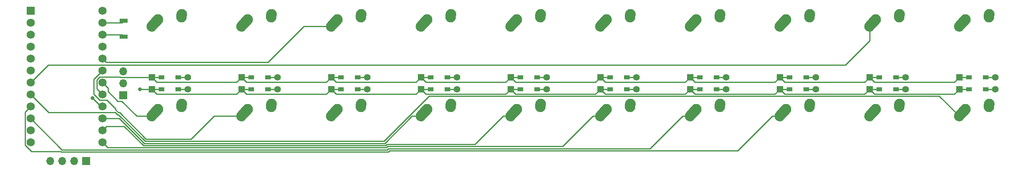
<source format=gbr>
G04 #@! TF.GenerationSoftware,KiCad,Pcbnew,5.1.12-1.fc33*
G04 #@! TF.CreationDate,2022-01-04T19:58:38-05:00*
G04 #@! TF.ProjectId,crisco,63726973-636f-42e6-9b69-6361645f7063,rev?*
G04 #@! TF.SameCoordinates,Original*
G04 #@! TF.FileFunction,Copper,L1,Top*
G04 #@! TF.FilePolarity,Positive*
%FSLAX46Y46*%
G04 Gerber Fmt 4.6, Leading zero omitted, Abs format (unit mm)*
G04 Created by KiCad (PCBNEW 5.1.12-1.fc33) date 2022-01-04 19:58:38*
%MOMM*%
%LPD*%
G01*
G04 APERTURE LIST*
G04 #@! TA.AperFunction,ComponentPad*
%ADD10C,2.250000*%
G04 #@! TD*
G04 #@! TA.AperFunction,ComponentPad*
%ADD11O,1.700000X1.700000*%
G04 #@! TD*
G04 #@! TA.AperFunction,ComponentPad*
%ADD12R,1.700000X1.700000*%
G04 #@! TD*
G04 #@! TA.AperFunction,SMDPad,CuDef*
%ADD13R,1.700000X0.900000*%
G04 #@! TD*
G04 #@! TA.AperFunction,SMDPad,CuDef*
%ADD14R,1.300000X0.950000*%
G04 #@! TD*
G04 #@! TA.AperFunction,ComponentPad*
%ADD15R,1.397000X1.397000*%
G04 #@! TD*
G04 #@! TA.AperFunction,ComponentPad*
%ADD16C,1.397000*%
G04 #@! TD*
G04 #@! TA.AperFunction,ComponentPad*
%ADD17R,1.752600X1.752600*%
G04 #@! TD*
G04 #@! TA.AperFunction,ComponentPad*
%ADD18C,1.752600*%
G04 #@! TD*
G04 #@! TA.AperFunction,ViaPad*
%ADD19C,0.800000*%
G04 #@! TD*
G04 #@! TA.AperFunction,Conductor*
%ADD20C,0.250000*%
G04 #@! TD*
G04 APERTURE END LIST*
D10*
X221655000Y-93155000D03*
G04 #@! TA.AperFunction,ComponentPad*
G36*
G01*
X219593688Y-95452350D02*
X219593683Y-95452345D01*
G75*
G02*
X219507655Y-93863683I751317J837345D01*
G01*
X220817657Y-92403683D01*
G75*
G02*
X222406319Y-92317655I837345J-751317D01*
G01*
X222406319Y-92317655D01*
G75*
G02*
X222492347Y-93906317I-751317J-837345D01*
G01*
X221182345Y-95366317D01*
G75*
G02*
X219593683Y-95452345I-837345J751317D01*
G01*
G37*
G04 #@! TD.AperFunction*
X226695000Y-92075000D03*
G04 #@! TA.AperFunction,ComponentPad*
G36*
G01*
X226578483Y-93777395D02*
X226577597Y-93777334D01*
G75*
G02*
X225532666Y-92577597I77403J1122334D01*
G01*
X225572666Y-91997597D01*
G75*
G02*
X226772403Y-90952666I1122334J-77403D01*
G01*
X226772403Y-90952666D01*
G75*
G02*
X227817334Y-92152403I-77403J-1122334D01*
G01*
X227777334Y-92732403D01*
G75*
G02*
X226577597Y-93777334I-1122334J77403D01*
G01*
G37*
G04 #@! TD.AperFunction*
X202605000Y-93155000D03*
G04 #@! TA.AperFunction,ComponentPad*
G36*
G01*
X200543688Y-95452350D02*
X200543683Y-95452345D01*
G75*
G02*
X200457655Y-93863683I751317J837345D01*
G01*
X201767657Y-92403683D01*
G75*
G02*
X203356319Y-92317655I837345J-751317D01*
G01*
X203356319Y-92317655D01*
G75*
G02*
X203442347Y-93906317I-751317J-837345D01*
G01*
X202132345Y-95366317D01*
G75*
G02*
X200543683Y-95452345I-837345J751317D01*
G01*
G37*
G04 #@! TD.AperFunction*
X207645000Y-92075000D03*
G04 #@! TA.AperFunction,ComponentPad*
G36*
G01*
X207528483Y-93777395D02*
X207527597Y-93777334D01*
G75*
G02*
X206482666Y-92577597I77403J1122334D01*
G01*
X206522666Y-91997597D01*
G75*
G02*
X207722403Y-90952666I1122334J-77403D01*
G01*
X207722403Y-90952666D01*
G75*
G02*
X208767334Y-92152403I-77403J-1122334D01*
G01*
X208727334Y-92732403D01*
G75*
G02*
X207527597Y-93777334I-1122334J77403D01*
G01*
G37*
G04 #@! TD.AperFunction*
X183555000Y-93155000D03*
G04 #@! TA.AperFunction,ComponentPad*
G36*
G01*
X181493688Y-95452350D02*
X181493683Y-95452345D01*
G75*
G02*
X181407655Y-93863683I751317J837345D01*
G01*
X182717657Y-92403683D01*
G75*
G02*
X184306319Y-92317655I837345J-751317D01*
G01*
X184306319Y-92317655D01*
G75*
G02*
X184392347Y-93906317I-751317J-837345D01*
G01*
X183082345Y-95366317D01*
G75*
G02*
X181493683Y-95452345I-837345J751317D01*
G01*
G37*
G04 #@! TD.AperFunction*
X188595000Y-92075000D03*
G04 #@! TA.AperFunction,ComponentPad*
G36*
G01*
X188478483Y-93777395D02*
X188477597Y-93777334D01*
G75*
G02*
X187432666Y-92577597I77403J1122334D01*
G01*
X187472666Y-91997597D01*
G75*
G02*
X188672403Y-90952666I1122334J-77403D01*
G01*
X188672403Y-90952666D01*
G75*
G02*
X189717334Y-92152403I-77403J-1122334D01*
G01*
X189677334Y-92732403D01*
G75*
G02*
X188477597Y-93777334I-1122334J77403D01*
G01*
G37*
G04 #@! TD.AperFunction*
X164505000Y-93155000D03*
G04 #@! TA.AperFunction,ComponentPad*
G36*
G01*
X162443688Y-95452350D02*
X162443683Y-95452345D01*
G75*
G02*
X162357655Y-93863683I751317J837345D01*
G01*
X163667657Y-92403683D01*
G75*
G02*
X165256319Y-92317655I837345J-751317D01*
G01*
X165256319Y-92317655D01*
G75*
G02*
X165342347Y-93906317I-751317J-837345D01*
G01*
X164032345Y-95366317D01*
G75*
G02*
X162443683Y-95452345I-837345J751317D01*
G01*
G37*
G04 #@! TD.AperFunction*
X169545000Y-92075000D03*
G04 #@! TA.AperFunction,ComponentPad*
G36*
G01*
X169428483Y-93777395D02*
X169427597Y-93777334D01*
G75*
G02*
X168382666Y-92577597I77403J1122334D01*
G01*
X168422666Y-91997597D01*
G75*
G02*
X169622403Y-90952666I1122334J-77403D01*
G01*
X169622403Y-90952666D01*
G75*
G02*
X170667334Y-92152403I-77403J-1122334D01*
G01*
X170627334Y-92732403D01*
G75*
G02*
X169427597Y-93777334I-1122334J77403D01*
G01*
G37*
G04 #@! TD.AperFunction*
X145455000Y-93155000D03*
G04 #@! TA.AperFunction,ComponentPad*
G36*
G01*
X143393688Y-95452350D02*
X143393683Y-95452345D01*
G75*
G02*
X143307655Y-93863683I751317J837345D01*
G01*
X144617657Y-92403683D01*
G75*
G02*
X146206319Y-92317655I837345J-751317D01*
G01*
X146206319Y-92317655D01*
G75*
G02*
X146292347Y-93906317I-751317J-837345D01*
G01*
X144982345Y-95366317D01*
G75*
G02*
X143393683Y-95452345I-837345J751317D01*
G01*
G37*
G04 #@! TD.AperFunction*
X150495000Y-92075000D03*
G04 #@! TA.AperFunction,ComponentPad*
G36*
G01*
X150378483Y-93777395D02*
X150377597Y-93777334D01*
G75*
G02*
X149332666Y-92577597I77403J1122334D01*
G01*
X149372666Y-91997597D01*
G75*
G02*
X150572403Y-90952666I1122334J-77403D01*
G01*
X150572403Y-90952666D01*
G75*
G02*
X151617334Y-92152403I-77403J-1122334D01*
G01*
X151577334Y-92732403D01*
G75*
G02*
X150377597Y-93777334I-1122334J77403D01*
G01*
G37*
G04 #@! TD.AperFunction*
X126405000Y-93155000D03*
G04 #@! TA.AperFunction,ComponentPad*
G36*
G01*
X124343688Y-95452350D02*
X124343683Y-95452345D01*
G75*
G02*
X124257655Y-93863683I751317J837345D01*
G01*
X125567657Y-92403683D01*
G75*
G02*
X127156319Y-92317655I837345J-751317D01*
G01*
X127156319Y-92317655D01*
G75*
G02*
X127242347Y-93906317I-751317J-837345D01*
G01*
X125932345Y-95366317D01*
G75*
G02*
X124343683Y-95452345I-837345J751317D01*
G01*
G37*
G04 #@! TD.AperFunction*
X131445000Y-92075000D03*
G04 #@! TA.AperFunction,ComponentPad*
G36*
G01*
X131328483Y-93777395D02*
X131327597Y-93777334D01*
G75*
G02*
X130282666Y-92577597I77403J1122334D01*
G01*
X130322666Y-91997597D01*
G75*
G02*
X131522403Y-90952666I1122334J-77403D01*
G01*
X131522403Y-90952666D01*
G75*
G02*
X132567334Y-92152403I-77403J-1122334D01*
G01*
X132527334Y-92732403D01*
G75*
G02*
X131327597Y-93777334I-1122334J77403D01*
G01*
G37*
G04 #@! TD.AperFunction*
X107355000Y-93155000D03*
G04 #@! TA.AperFunction,ComponentPad*
G36*
G01*
X105293688Y-95452350D02*
X105293683Y-95452345D01*
G75*
G02*
X105207655Y-93863683I751317J837345D01*
G01*
X106517657Y-92403683D01*
G75*
G02*
X108106319Y-92317655I837345J-751317D01*
G01*
X108106319Y-92317655D01*
G75*
G02*
X108192347Y-93906317I-751317J-837345D01*
G01*
X106882345Y-95366317D01*
G75*
G02*
X105293683Y-95452345I-837345J751317D01*
G01*
G37*
G04 #@! TD.AperFunction*
X112395000Y-92075000D03*
G04 #@! TA.AperFunction,ComponentPad*
G36*
G01*
X112278483Y-93777395D02*
X112277597Y-93777334D01*
G75*
G02*
X111232666Y-92577597I77403J1122334D01*
G01*
X111272666Y-91997597D01*
G75*
G02*
X112472403Y-90952666I1122334J-77403D01*
G01*
X112472403Y-90952666D01*
G75*
G02*
X113517334Y-92152403I-77403J-1122334D01*
G01*
X113477334Y-92732403D01*
G75*
G02*
X112277597Y-93777334I-1122334J77403D01*
G01*
G37*
G04 #@! TD.AperFunction*
X88305000Y-93155000D03*
G04 #@! TA.AperFunction,ComponentPad*
G36*
G01*
X86243688Y-95452350D02*
X86243683Y-95452345D01*
G75*
G02*
X86157655Y-93863683I751317J837345D01*
G01*
X87467657Y-92403683D01*
G75*
G02*
X89056319Y-92317655I837345J-751317D01*
G01*
X89056319Y-92317655D01*
G75*
G02*
X89142347Y-93906317I-751317J-837345D01*
G01*
X87832345Y-95366317D01*
G75*
G02*
X86243683Y-95452345I-837345J751317D01*
G01*
G37*
G04 #@! TD.AperFunction*
X93345000Y-92075000D03*
G04 #@! TA.AperFunction,ComponentPad*
G36*
G01*
X93228483Y-93777395D02*
X93227597Y-93777334D01*
G75*
G02*
X92182666Y-92577597I77403J1122334D01*
G01*
X92222666Y-91997597D01*
G75*
G02*
X93422403Y-90952666I1122334J-77403D01*
G01*
X93422403Y-90952666D01*
G75*
G02*
X94467334Y-92152403I-77403J-1122334D01*
G01*
X94427334Y-92732403D01*
G75*
G02*
X93227597Y-93777334I-1122334J77403D01*
G01*
G37*
G04 #@! TD.AperFunction*
X69255000Y-93155000D03*
G04 #@! TA.AperFunction,ComponentPad*
G36*
G01*
X67193688Y-95452350D02*
X67193683Y-95452345D01*
G75*
G02*
X67107655Y-93863683I751317J837345D01*
G01*
X68417657Y-92403683D01*
G75*
G02*
X70006319Y-92317655I837345J-751317D01*
G01*
X70006319Y-92317655D01*
G75*
G02*
X70092347Y-93906317I-751317J-837345D01*
G01*
X68782345Y-95366317D01*
G75*
G02*
X67193683Y-95452345I-837345J751317D01*
G01*
G37*
G04 #@! TD.AperFunction*
X74295000Y-92075000D03*
G04 #@! TA.AperFunction,ComponentPad*
G36*
G01*
X74178483Y-93777395D02*
X74177597Y-93777334D01*
G75*
G02*
X73132666Y-92577597I77403J1122334D01*
G01*
X73172666Y-91997597D01*
G75*
G02*
X74372403Y-90952666I1122334J-77403D01*
G01*
X74372403Y-90952666D01*
G75*
G02*
X75417334Y-92152403I-77403J-1122334D01*
G01*
X75377334Y-92732403D01*
G75*
G02*
X74177597Y-93777334I-1122334J77403D01*
G01*
G37*
G04 #@! TD.AperFunction*
X50205000Y-93155000D03*
G04 #@! TA.AperFunction,ComponentPad*
G36*
G01*
X48143688Y-95452350D02*
X48143683Y-95452345D01*
G75*
G02*
X48057655Y-93863683I751317J837345D01*
G01*
X49367657Y-92403683D01*
G75*
G02*
X50956319Y-92317655I837345J-751317D01*
G01*
X50956319Y-92317655D01*
G75*
G02*
X51042347Y-93906317I-751317J-837345D01*
G01*
X49732345Y-95366317D01*
G75*
G02*
X48143683Y-95452345I-837345J751317D01*
G01*
G37*
G04 #@! TD.AperFunction*
X55245000Y-92075000D03*
G04 #@! TA.AperFunction,ComponentPad*
G36*
G01*
X55128483Y-93777395D02*
X55127597Y-93777334D01*
G75*
G02*
X54082666Y-92577597I77403J1122334D01*
G01*
X54122666Y-91997597D01*
G75*
G02*
X55322403Y-90952666I1122334J-77403D01*
G01*
X55322403Y-90952666D01*
G75*
G02*
X56367334Y-92152403I-77403J-1122334D01*
G01*
X56327334Y-92732403D01*
G75*
G02*
X55127597Y-93777334I-1122334J77403D01*
G01*
G37*
G04 #@! TD.AperFunction*
X221655000Y-74105000D03*
G04 #@! TA.AperFunction,ComponentPad*
G36*
G01*
X219593688Y-76402350D02*
X219593683Y-76402345D01*
G75*
G02*
X219507655Y-74813683I751317J837345D01*
G01*
X220817657Y-73353683D01*
G75*
G02*
X222406319Y-73267655I837345J-751317D01*
G01*
X222406319Y-73267655D01*
G75*
G02*
X222492347Y-74856317I-751317J-837345D01*
G01*
X221182345Y-76316317D01*
G75*
G02*
X219593683Y-76402345I-837345J751317D01*
G01*
G37*
G04 #@! TD.AperFunction*
X226695000Y-73025000D03*
G04 #@! TA.AperFunction,ComponentPad*
G36*
G01*
X226578483Y-74727395D02*
X226577597Y-74727334D01*
G75*
G02*
X225532666Y-73527597I77403J1122334D01*
G01*
X225572666Y-72947597D01*
G75*
G02*
X226772403Y-71902666I1122334J-77403D01*
G01*
X226772403Y-71902666D01*
G75*
G02*
X227817334Y-73102403I-77403J-1122334D01*
G01*
X227777334Y-73682403D01*
G75*
G02*
X226577597Y-74727334I-1122334J77403D01*
G01*
G37*
G04 #@! TD.AperFunction*
X202605000Y-74105000D03*
G04 #@! TA.AperFunction,ComponentPad*
G36*
G01*
X200543688Y-76402350D02*
X200543683Y-76402345D01*
G75*
G02*
X200457655Y-74813683I751317J837345D01*
G01*
X201767657Y-73353683D01*
G75*
G02*
X203356319Y-73267655I837345J-751317D01*
G01*
X203356319Y-73267655D01*
G75*
G02*
X203442347Y-74856317I-751317J-837345D01*
G01*
X202132345Y-76316317D01*
G75*
G02*
X200543683Y-76402345I-837345J751317D01*
G01*
G37*
G04 #@! TD.AperFunction*
X207645000Y-73025000D03*
G04 #@! TA.AperFunction,ComponentPad*
G36*
G01*
X207528483Y-74727395D02*
X207527597Y-74727334D01*
G75*
G02*
X206482666Y-73527597I77403J1122334D01*
G01*
X206522666Y-72947597D01*
G75*
G02*
X207722403Y-71902666I1122334J-77403D01*
G01*
X207722403Y-71902666D01*
G75*
G02*
X208767334Y-73102403I-77403J-1122334D01*
G01*
X208727334Y-73682403D01*
G75*
G02*
X207527597Y-74727334I-1122334J77403D01*
G01*
G37*
G04 #@! TD.AperFunction*
X183555000Y-74105000D03*
G04 #@! TA.AperFunction,ComponentPad*
G36*
G01*
X181493688Y-76402350D02*
X181493683Y-76402345D01*
G75*
G02*
X181407655Y-74813683I751317J837345D01*
G01*
X182717657Y-73353683D01*
G75*
G02*
X184306319Y-73267655I837345J-751317D01*
G01*
X184306319Y-73267655D01*
G75*
G02*
X184392347Y-74856317I-751317J-837345D01*
G01*
X183082345Y-76316317D01*
G75*
G02*
X181493683Y-76402345I-837345J751317D01*
G01*
G37*
G04 #@! TD.AperFunction*
X188595000Y-73025000D03*
G04 #@! TA.AperFunction,ComponentPad*
G36*
G01*
X188478483Y-74727395D02*
X188477597Y-74727334D01*
G75*
G02*
X187432666Y-73527597I77403J1122334D01*
G01*
X187472666Y-72947597D01*
G75*
G02*
X188672403Y-71902666I1122334J-77403D01*
G01*
X188672403Y-71902666D01*
G75*
G02*
X189717334Y-73102403I-77403J-1122334D01*
G01*
X189677334Y-73682403D01*
G75*
G02*
X188477597Y-74727334I-1122334J77403D01*
G01*
G37*
G04 #@! TD.AperFunction*
X164505000Y-74105000D03*
G04 #@! TA.AperFunction,ComponentPad*
G36*
G01*
X162443688Y-76402350D02*
X162443683Y-76402345D01*
G75*
G02*
X162357655Y-74813683I751317J837345D01*
G01*
X163667657Y-73353683D01*
G75*
G02*
X165256319Y-73267655I837345J-751317D01*
G01*
X165256319Y-73267655D01*
G75*
G02*
X165342347Y-74856317I-751317J-837345D01*
G01*
X164032345Y-76316317D01*
G75*
G02*
X162443683Y-76402345I-837345J751317D01*
G01*
G37*
G04 #@! TD.AperFunction*
X169545000Y-73025000D03*
G04 #@! TA.AperFunction,ComponentPad*
G36*
G01*
X169428483Y-74727395D02*
X169427597Y-74727334D01*
G75*
G02*
X168382666Y-73527597I77403J1122334D01*
G01*
X168422666Y-72947597D01*
G75*
G02*
X169622403Y-71902666I1122334J-77403D01*
G01*
X169622403Y-71902666D01*
G75*
G02*
X170667334Y-73102403I-77403J-1122334D01*
G01*
X170627334Y-73682403D01*
G75*
G02*
X169427597Y-74727334I-1122334J77403D01*
G01*
G37*
G04 #@! TD.AperFunction*
X145455000Y-74105000D03*
G04 #@! TA.AperFunction,ComponentPad*
G36*
G01*
X143393688Y-76402350D02*
X143393683Y-76402345D01*
G75*
G02*
X143307655Y-74813683I751317J837345D01*
G01*
X144617657Y-73353683D01*
G75*
G02*
X146206319Y-73267655I837345J-751317D01*
G01*
X146206319Y-73267655D01*
G75*
G02*
X146292347Y-74856317I-751317J-837345D01*
G01*
X144982345Y-76316317D01*
G75*
G02*
X143393683Y-76402345I-837345J751317D01*
G01*
G37*
G04 #@! TD.AperFunction*
X150495000Y-73025000D03*
G04 #@! TA.AperFunction,ComponentPad*
G36*
G01*
X150378483Y-74727395D02*
X150377597Y-74727334D01*
G75*
G02*
X149332666Y-73527597I77403J1122334D01*
G01*
X149372666Y-72947597D01*
G75*
G02*
X150572403Y-71902666I1122334J-77403D01*
G01*
X150572403Y-71902666D01*
G75*
G02*
X151617334Y-73102403I-77403J-1122334D01*
G01*
X151577334Y-73682403D01*
G75*
G02*
X150377597Y-74727334I-1122334J77403D01*
G01*
G37*
G04 #@! TD.AperFunction*
X126405000Y-74105000D03*
G04 #@! TA.AperFunction,ComponentPad*
G36*
G01*
X124343688Y-76402350D02*
X124343683Y-76402345D01*
G75*
G02*
X124257655Y-74813683I751317J837345D01*
G01*
X125567657Y-73353683D01*
G75*
G02*
X127156319Y-73267655I837345J-751317D01*
G01*
X127156319Y-73267655D01*
G75*
G02*
X127242347Y-74856317I-751317J-837345D01*
G01*
X125932345Y-76316317D01*
G75*
G02*
X124343683Y-76402345I-837345J751317D01*
G01*
G37*
G04 #@! TD.AperFunction*
X131445000Y-73025000D03*
G04 #@! TA.AperFunction,ComponentPad*
G36*
G01*
X131328483Y-74727395D02*
X131327597Y-74727334D01*
G75*
G02*
X130282666Y-73527597I77403J1122334D01*
G01*
X130322666Y-72947597D01*
G75*
G02*
X131522403Y-71902666I1122334J-77403D01*
G01*
X131522403Y-71902666D01*
G75*
G02*
X132567334Y-73102403I-77403J-1122334D01*
G01*
X132527334Y-73682403D01*
G75*
G02*
X131327597Y-74727334I-1122334J77403D01*
G01*
G37*
G04 #@! TD.AperFunction*
X107355000Y-74105000D03*
G04 #@! TA.AperFunction,ComponentPad*
G36*
G01*
X105293688Y-76402350D02*
X105293683Y-76402345D01*
G75*
G02*
X105207655Y-74813683I751317J837345D01*
G01*
X106517657Y-73353683D01*
G75*
G02*
X108106319Y-73267655I837345J-751317D01*
G01*
X108106319Y-73267655D01*
G75*
G02*
X108192347Y-74856317I-751317J-837345D01*
G01*
X106882345Y-76316317D01*
G75*
G02*
X105293683Y-76402345I-837345J751317D01*
G01*
G37*
G04 #@! TD.AperFunction*
X112395000Y-73025000D03*
G04 #@! TA.AperFunction,ComponentPad*
G36*
G01*
X112278483Y-74727395D02*
X112277597Y-74727334D01*
G75*
G02*
X111232666Y-73527597I77403J1122334D01*
G01*
X111272666Y-72947597D01*
G75*
G02*
X112472403Y-71902666I1122334J-77403D01*
G01*
X112472403Y-71902666D01*
G75*
G02*
X113517334Y-73102403I-77403J-1122334D01*
G01*
X113477334Y-73682403D01*
G75*
G02*
X112277597Y-74727334I-1122334J77403D01*
G01*
G37*
G04 #@! TD.AperFunction*
X88305000Y-74105000D03*
G04 #@! TA.AperFunction,ComponentPad*
G36*
G01*
X86243688Y-76402350D02*
X86243683Y-76402345D01*
G75*
G02*
X86157655Y-74813683I751317J837345D01*
G01*
X87467657Y-73353683D01*
G75*
G02*
X89056319Y-73267655I837345J-751317D01*
G01*
X89056319Y-73267655D01*
G75*
G02*
X89142347Y-74856317I-751317J-837345D01*
G01*
X87832345Y-76316317D01*
G75*
G02*
X86243683Y-76402345I-837345J751317D01*
G01*
G37*
G04 #@! TD.AperFunction*
X93345000Y-73025000D03*
G04 #@! TA.AperFunction,ComponentPad*
G36*
G01*
X93228483Y-74727395D02*
X93227597Y-74727334D01*
G75*
G02*
X92182666Y-73527597I77403J1122334D01*
G01*
X92222666Y-72947597D01*
G75*
G02*
X93422403Y-71902666I1122334J-77403D01*
G01*
X93422403Y-71902666D01*
G75*
G02*
X94467334Y-73102403I-77403J-1122334D01*
G01*
X94427334Y-73682403D01*
G75*
G02*
X93227597Y-74727334I-1122334J77403D01*
G01*
G37*
G04 #@! TD.AperFunction*
X69255000Y-74105000D03*
G04 #@! TA.AperFunction,ComponentPad*
G36*
G01*
X67193688Y-76402350D02*
X67193683Y-76402345D01*
G75*
G02*
X67107655Y-74813683I751317J837345D01*
G01*
X68417657Y-73353683D01*
G75*
G02*
X70006319Y-73267655I837345J-751317D01*
G01*
X70006319Y-73267655D01*
G75*
G02*
X70092347Y-74856317I-751317J-837345D01*
G01*
X68782345Y-76316317D01*
G75*
G02*
X67193683Y-76402345I-837345J751317D01*
G01*
G37*
G04 #@! TD.AperFunction*
X74295000Y-73025000D03*
G04 #@! TA.AperFunction,ComponentPad*
G36*
G01*
X74178483Y-74727395D02*
X74177597Y-74727334D01*
G75*
G02*
X73132666Y-73527597I77403J1122334D01*
G01*
X73172666Y-72947597D01*
G75*
G02*
X74372403Y-71902666I1122334J-77403D01*
G01*
X74372403Y-71902666D01*
G75*
G02*
X75417334Y-73102403I-77403J-1122334D01*
G01*
X75377334Y-73682403D01*
G75*
G02*
X74177597Y-74727334I-1122334J77403D01*
G01*
G37*
G04 #@! TD.AperFunction*
X50205000Y-74105000D03*
G04 #@! TA.AperFunction,ComponentPad*
G36*
G01*
X48143688Y-76402350D02*
X48143683Y-76402345D01*
G75*
G02*
X48057655Y-74813683I751317J837345D01*
G01*
X49367657Y-73353683D01*
G75*
G02*
X50956319Y-73267655I837345J-751317D01*
G01*
X50956319Y-73267655D01*
G75*
G02*
X51042347Y-74856317I-751317J-837345D01*
G01*
X49732345Y-76316317D01*
G75*
G02*
X48143683Y-76402345I-837345J751317D01*
G01*
G37*
G04 #@! TD.AperFunction*
X55245000Y-73025000D03*
G04 #@! TA.AperFunction,ComponentPad*
G36*
G01*
X55128483Y-74727395D02*
X55127597Y-74727334D01*
G75*
G02*
X54082666Y-73527597I77403J1122334D01*
G01*
X54122666Y-72947597D01*
G75*
G02*
X55322403Y-71902666I1122334J-77403D01*
G01*
X55322403Y-71902666D01*
G75*
G02*
X56367334Y-73102403I-77403J-1122334D01*
G01*
X56327334Y-73682403D01*
G75*
G02*
X55127597Y-74727334I-1122334J77403D01*
G01*
G37*
G04 #@! TD.AperFunction*
D11*
X42799000Y-85090000D03*
X42799000Y-87630000D03*
D12*
X42799000Y-90170000D03*
D13*
X42926000Y-77773000D03*
X42926000Y-74373000D03*
D14*
X108080000Y-86360000D03*
D15*
X106045000Y-86360000D03*
D16*
X113665000Y-86360000D03*
D14*
X111630000Y-86360000D03*
X50930000Y-86360000D03*
D15*
X48895000Y-86360000D03*
D16*
X56515000Y-86360000D03*
D14*
X54480000Y-86360000D03*
X69980000Y-86360000D03*
D15*
X67945000Y-86360000D03*
D16*
X75565000Y-86360000D03*
D14*
X73530000Y-86360000D03*
X89030000Y-86360000D03*
D15*
X86995000Y-86360000D03*
D16*
X94615000Y-86360000D03*
D14*
X92580000Y-86360000D03*
X50930000Y-88900000D03*
D15*
X48895000Y-88900000D03*
D16*
X56515000Y-88900000D03*
D14*
X54480000Y-88900000D03*
X69980000Y-88900000D03*
D15*
X67945000Y-88900000D03*
D16*
X75565000Y-88900000D03*
D14*
X73530000Y-88900000D03*
X89030000Y-88900000D03*
D15*
X86995000Y-88900000D03*
D16*
X94615000Y-88900000D03*
D14*
X92580000Y-88900000D03*
X108080000Y-88900000D03*
D15*
X106045000Y-88900000D03*
D16*
X113665000Y-88900000D03*
D14*
X111630000Y-88900000D03*
X222380000Y-86360000D03*
D15*
X220345000Y-86360000D03*
D16*
X227965000Y-86360000D03*
D14*
X225930000Y-86360000D03*
X222380000Y-88900000D03*
D15*
X220345000Y-88900000D03*
D16*
X227965000Y-88900000D03*
D14*
X225930000Y-88900000D03*
X203330000Y-88900000D03*
D15*
X201295000Y-88900000D03*
D16*
X208915000Y-88900000D03*
D14*
X206880000Y-88900000D03*
X184280000Y-88900000D03*
D15*
X182245000Y-88900000D03*
D16*
X189865000Y-88900000D03*
D14*
X187830000Y-88900000D03*
X165230000Y-88900000D03*
D15*
X163195000Y-88900000D03*
D16*
X170815000Y-88900000D03*
D14*
X168780000Y-88900000D03*
X146180000Y-88900000D03*
D15*
X144145000Y-88900000D03*
D16*
X151765000Y-88900000D03*
D14*
X149730000Y-88900000D03*
X127130000Y-88900000D03*
D15*
X125095000Y-88900000D03*
D16*
X132715000Y-88900000D03*
D14*
X130680000Y-88900000D03*
X203330000Y-86360000D03*
D15*
X201295000Y-86360000D03*
D16*
X208915000Y-86360000D03*
D14*
X206880000Y-86360000D03*
X184280000Y-86360000D03*
D15*
X182245000Y-86360000D03*
D16*
X189865000Y-86360000D03*
D14*
X187830000Y-86360000D03*
X165230000Y-86360000D03*
D15*
X163195000Y-86360000D03*
D16*
X170815000Y-86360000D03*
D14*
X168780000Y-86360000D03*
X146180000Y-86360000D03*
D15*
X144145000Y-86360000D03*
D16*
X151765000Y-86360000D03*
D14*
X149730000Y-86360000D03*
X127130000Y-86360000D03*
D15*
X125095000Y-86360000D03*
D16*
X132715000Y-86360000D03*
D14*
X130680000Y-86360000D03*
D11*
X27305000Y-104140000D03*
X29845000Y-104140000D03*
X32385000Y-104140000D03*
D12*
X34925000Y-104140000D03*
D17*
X23177500Y-72231250D03*
D18*
X23177500Y-74771250D03*
X23177500Y-77311250D03*
X23177500Y-79851250D03*
X23177500Y-82391250D03*
X23177500Y-84931250D03*
X23177500Y-87471250D03*
X23177500Y-90011250D03*
X23177500Y-92551250D03*
X23177500Y-95091250D03*
X23177500Y-97631250D03*
X38417500Y-100171250D03*
X38417500Y-97631250D03*
X38417500Y-95091250D03*
X38417500Y-92551250D03*
X38417500Y-90011250D03*
X38417500Y-87471250D03*
X38417500Y-84931250D03*
X38417500Y-82391250D03*
X38417500Y-79851250D03*
X38417500Y-77311250D03*
X38417500Y-74771250D03*
X23177500Y-100171250D03*
X38417500Y-72231250D03*
D19*
X36353824Y-90773176D03*
X46355000Y-88900000D03*
D20*
X54480000Y-86360000D02*
X56515000Y-86360000D01*
X48387000Y-86868000D02*
X48387000Y-86614000D01*
X222380000Y-86360000D02*
X220345000Y-86360000D01*
X201295000Y-86360000D02*
X203330000Y-86360000D01*
X184280000Y-86360000D02*
X182245000Y-86360000D01*
X165230000Y-86360000D02*
X163195000Y-86360000D01*
X144145000Y-86360000D02*
X146180000Y-86360000D01*
X127130000Y-86360000D02*
X125095000Y-86360000D01*
X108080000Y-86360000D02*
X106045000Y-86360000D01*
X89030000Y-86360000D02*
X86995000Y-86360000D01*
X69980000Y-86360000D02*
X67945000Y-86360000D01*
X50930000Y-86360000D02*
X48895000Y-86360000D01*
X66921499Y-87383501D02*
X67945000Y-86360000D01*
X49918501Y-87383501D02*
X66921499Y-87383501D01*
X48895000Y-86360000D02*
X49918501Y-87383501D01*
X85971499Y-87383501D02*
X86995000Y-86360000D01*
X68968501Y-87383501D02*
X85971499Y-87383501D01*
X67945000Y-86360000D02*
X68968501Y-87383501D01*
X105021499Y-87383501D02*
X106045000Y-86360000D01*
X88018501Y-87383501D02*
X105021499Y-87383501D01*
X86995000Y-86360000D02*
X88018501Y-87383501D01*
X124071499Y-87383501D02*
X125095000Y-86360000D01*
X107068501Y-87383501D02*
X124071499Y-87383501D01*
X106045000Y-86360000D02*
X107068501Y-87383501D01*
X143121499Y-87383501D02*
X144145000Y-86360000D01*
X126118501Y-87383501D02*
X143121499Y-87383501D01*
X125095000Y-86360000D02*
X126118501Y-87383501D01*
X162171499Y-87383501D02*
X163195000Y-86360000D01*
X145168501Y-87383501D02*
X162171499Y-87383501D01*
X144145000Y-86360000D02*
X145168501Y-87383501D01*
X181221499Y-87383501D02*
X182245000Y-86360000D01*
X164218501Y-87383501D02*
X181221499Y-87383501D01*
X163195000Y-86360000D02*
X164218501Y-87383501D01*
X200271499Y-87383501D02*
X201295000Y-86360000D01*
X183268501Y-87383501D02*
X200271499Y-87383501D01*
X182245000Y-86360000D02*
X183268501Y-87383501D01*
X219321499Y-87383501D02*
X220345000Y-86360000D01*
X202318501Y-87383501D02*
X219321499Y-87383501D01*
X201295000Y-86360000D02*
X202318501Y-87383501D01*
X42116187Y-86269949D02*
X42206238Y-86360000D01*
X37840875Y-86269949D02*
X42116187Y-86269949D01*
X42206238Y-86360000D02*
X48895000Y-86360000D01*
X37216199Y-86894625D02*
X37840875Y-86269949D01*
X37216199Y-88809949D02*
X37216199Y-86894625D01*
X38417500Y-90011250D02*
X37216199Y-88809949D01*
X73530000Y-86360000D02*
X75565000Y-86360000D01*
X92580000Y-86360000D02*
X94615000Y-86360000D01*
X220345000Y-88900000D02*
X222380000Y-88900000D01*
X203330000Y-88900000D02*
X201295000Y-88900000D01*
X182245000Y-88900000D02*
X184280000Y-88900000D01*
X163195000Y-88900000D02*
X165230000Y-88900000D01*
X146180000Y-88900000D02*
X144145000Y-88900000D01*
X125095000Y-88900000D02*
X127130000Y-88900000D01*
X106045000Y-88900000D02*
X108080000Y-88900000D01*
X86995000Y-88900000D02*
X89030000Y-88900000D01*
X67945000Y-88900000D02*
X69980000Y-88900000D01*
X48895000Y-88900000D02*
X50930000Y-88900000D01*
X85971499Y-89923501D02*
X86995000Y-88900000D01*
X68968501Y-89923501D02*
X85971499Y-89923501D01*
X67945000Y-88900000D02*
X68968501Y-89923501D01*
X105021499Y-89923501D02*
X106045000Y-88900000D01*
X88018501Y-89923501D02*
X105021499Y-89923501D01*
X86995000Y-88900000D02*
X88018501Y-89923501D01*
X124071499Y-89923501D02*
X125095000Y-88900000D01*
X107068501Y-89923501D02*
X124071499Y-89923501D01*
X106045000Y-88900000D02*
X107068501Y-89923501D01*
X143121499Y-89923501D02*
X144145000Y-88900000D01*
X126118501Y-89923501D02*
X143121499Y-89923501D01*
X125095000Y-88900000D02*
X126118501Y-89923501D01*
X162171499Y-89923501D02*
X163195000Y-88900000D01*
X145168501Y-89923501D02*
X162171499Y-89923501D01*
X144145000Y-88900000D02*
X145168501Y-89923501D01*
X181221499Y-89923501D02*
X182245000Y-88900000D01*
X164218501Y-89923501D02*
X181221499Y-89923501D01*
X163195000Y-88900000D02*
X164218501Y-89923501D01*
X200271499Y-89923501D02*
X201295000Y-88900000D01*
X183268501Y-89923501D02*
X200271499Y-89923501D01*
X182245000Y-88900000D02*
X183268501Y-89923501D01*
X219321499Y-89923501D02*
X220345000Y-88900000D01*
X202318501Y-89923501D02*
X219321499Y-89923501D01*
X201295000Y-88900000D02*
X202318501Y-89923501D01*
X66921499Y-89923501D02*
X67945000Y-88900000D01*
X49918501Y-89923501D02*
X66921499Y-89923501D01*
X48895000Y-88900000D02*
X49918501Y-89923501D01*
X48895000Y-88900000D02*
X46355000Y-88900000D01*
X46355000Y-88900000D02*
X46355000Y-88900000D01*
X38131898Y-92551250D02*
X38417500Y-92551250D01*
X36353824Y-90773176D02*
X38131898Y-92551250D01*
X46355000Y-88900000D02*
X46355000Y-88900000D01*
X111630000Y-86360000D02*
X113665000Y-86360000D01*
X130680000Y-86360000D02*
X132715000Y-86360000D01*
X149730000Y-86360000D02*
X151765000Y-86360000D01*
X42602750Y-74771250D02*
X42926000Y-74448000D01*
X38417500Y-74771250D02*
X42602750Y-74771250D01*
X42703750Y-85248750D02*
X42862500Y-85090000D01*
X38417500Y-87471250D02*
X38417500Y-87312500D01*
X42520751Y-91415751D02*
X45720000Y-94615000D01*
X41681749Y-91415751D02*
X42520751Y-91415751D01*
X39618801Y-89352803D02*
X41681749Y-91415751D01*
X45720000Y-94615000D02*
X48895000Y-94615000D01*
X39618801Y-88672551D02*
X39618801Y-89352803D01*
X38417500Y-87471250D02*
X39618801Y-88672551D01*
X36576000Y-89947676D02*
X36576000Y-86772750D01*
X37840875Y-91212551D02*
X36576000Y-89947676D01*
X39396551Y-91212551D02*
X37840875Y-91212551D01*
X41265999Y-93081999D02*
X39396551Y-91212551D01*
X41265999Y-93329001D02*
X41265999Y-93081999D01*
X41798999Y-93862001D02*
X41265999Y-93329001D01*
X42046001Y-93862001D02*
X41798999Y-93862001D01*
X47657901Y-99473901D02*
X42046001Y-93862001D01*
X57242101Y-99473901D02*
X47657901Y-99473901D01*
X62101002Y-94615000D02*
X57242101Y-99473901D01*
X36576000Y-86772750D02*
X38417500Y-84931250D01*
X67945000Y-94615000D02*
X62101002Y-94615000D01*
X81151002Y-75565000D02*
X86995000Y-75565000D01*
X73531002Y-83185000D02*
X81151002Y-75565000D01*
X39211250Y-83185000D02*
X73531002Y-83185000D01*
X38417500Y-82391250D02*
X39211250Y-83185000D01*
X170815000Y-86360000D02*
X168780000Y-86360000D01*
X187830000Y-86360000D02*
X189865000Y-86360000D01*
X206880000Y-86360000D02*
X208915000Y-86360000D01*
X225930000Y-86360000D02*
X227965000Y-86360000D01*
X56515000Y-88900000D02*
X54480000Y-88900000D01*
X73530000Y-88900000D02*
X75565000Y-88900000D01*
X92580000Y-88900000D02*
X94615000Y-88900000D01*
X111630000Y-88900000D02*
X113665000Y-88900000D01*
X132715000Y-88900000D02*
X130680000Y-88900000D01*
X151765000Y-88900000D02*
X149730000Y-88900000D01*
X168780000Y-88900000D02*
X170815000Y-88900000D01*
X189865000Y-88900000D02*
X187830000Y-88900000D01*
X208915000Y-88900000D02*
X206880000Y-88900000D01*
X225930000Y-88900000D02*
X227965000Y-88900000D01*
X104141411Y-94615000D02*
X104454010Y-94615000D01*
X98357400Y-100399011D02*
X104141411Y-94615000D01*
X42002430Y-95091250D02*
X47310191Y-100399011D01*
X47310191Y-100399011D02*
X98357400Y-100399011D01*
X104454010Y-94615000D02*
X106045000Y-94615000D01*
X38417500Y-95091250D02*
X42002430Y-95091250D01*
X123504010Y-94615000D02*
X125095000Y-94615000D01*
X43029721Y-96754951D02*
X47123792Y-100849022D01*
X39293799Y-96754951D02*
X43029721Y-96754951D01*
X38417500Y-97631250D02*
X39293799Y-96754951D01*
X98808822Y-100584000D02*
X117535010Y-100584000D01*
X47123792Y-100849022D02*
X98543800Y-100849022D01*
X117535010Y-100584000D02*
X123504010Y-94615000D01*
X98543800Y-100849022D02*
X98808822Y-100584000D01*
X136121461Y-101047549D02*
X142554010Y-94615000D01*
X98981684Y-101047549D02*
X136121461Y-101047549D01*
X142554010Y-94615000D02*
X144145000Y-94615000D01*
X98730200Y-101299033D02*
X98981684Y-101047549D01*
X39545283Y-101299033D02*
X98730200Y-101299033D01*
X38417500Y-100171250D02*
X39545283Y-101299033D01*
X154721451Y-101497559D02*
X161604010Y-94615000D01*
X99168084Y-101497560D02*
X154721451Y-101497559D01*
X161604010Y-94615000D02*
X163195000Y-94615000D01*
X29835294Y-101749044D02*
X98916600Y-101749044D01*
X98916600Y-101749044D02*
X99168084Y-101497560D01*
X23177500Y-95091250D02*
X29835294Y-101749044D01*
X180654010Y-94615000D02*
X182245000Y-94615000D01*
X99103000Y-102199055D02*
X99354486Y-101947569D01*
X29648894Y-102199055D02*
X99103000Y-102199055D01*
X29557839Y-102108000D02*
X29648894Y-102199055D01*
X21976199Y-100747875D02*
X23336324Y-102108000D01*
X21976199Y-93752551D02*
X21976199Y-100747875D01*
X99354486Y-101947569D02*
X173321442Y-101947568D01*
X23177500Y-92551250D02*
X21976199Y-93752551D01*
X173321442Y-101947568D02*
X180654010Y-94615000D01*
X23336324Y-102108000D02*
X29557839Y-102108000D01*
X201295000Y-78611002D02*
X201295000Y-75565000D01*
X26918801Y-83729949D02*
X196176053Y-83729949D01*
X196176053Y-83729949D02*
X201295000Y-78611002D01*
X23177500Y-87471250D02*
X26918801Y-83729949D01*
X41153588Y-93853000D02*
X41612599Y-94312012D01*
X98171000Y-99949000D02*
X107746489Y-90373511D01*
X27019250Y-93853000D02*
X41153588Y-93853000D01*
X47496590Y-99949000D02*
X98171000Y-99949000D01*
X216103511Y-90373511D02*
X220345000Y-94615000D01*
X107746489Y-90373511D02*
X216103511Y-90373511D01*
X23177500Y-90011250D02*
X27019250Y-93853000D01*
X41612599Y-94312012D02*
X41859602Y-94312012D01*
X41859602Y-94312012D02*
X47496590Y-99949000D01*
X42539250Y-77311250D02*
X42926000Y-77698000D01*
X38417500Y-77311250D02*
X42539250Y-77311250D01*
M02*

</source>
